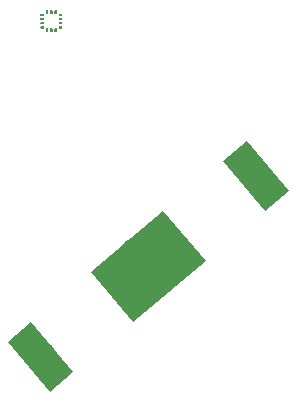
<source format=gbr>
G04 #@! TF.GenerationSoftware,KiCad,Pcbnew,(5.1.4-0-10_14)*
G04 #@! TF.CreationDate,2019-09-02T22:38:08-04:00*
G04 #@! TF.ProjectId,EFCv2,45464376-322e-46b6-9963-61645f706362,rev?*
G04 #@! TF.SameCoordinates,Original*
G04 #@! TF.FileFunction,Paste,Bot*
G04 #@! TF.FilePolarity,Positive*
%FSLAX46Y46*%
G04 Gerber Fmt 4.6, Leading zero omitted, Abs format (unit mm)*
G04 Created by KiCad (PCBNEW (5.1.4-0-10_14)) date 2019-09-02 22:38:08*
%MOMM*%
%LPD*%
G04 APERTURE LIST*
%ADD10C,0.100000*%
%ADD11C,0.200000*%
%ADD12C,2.600000*%
%ADD13C,5.560000*%
G04 APERTURE END LIST*
D10*
G36*
X138007401Y-76338241D02*
G01*
X138012255Y-76338961D01*
X138017014Y-76340153D01*
X138021634Y-76341806D01*
X138026070Y-76343904D01*
X138030279Y-76346427D01*
X138034220Y-76349349D01*
X138037855Y-76352645D01*
X138041151Y-76356280D01*
X138044073Y-76360221D01*
X138046596Y-76364430D01*
X138048694Y-76368866D01*
X138050347Y-76373486D01*
X138051539Y-76378245D01*
X138052259Y-76383099D01*
X138052500Y-76388000D01*
X138052500Y-76613000D01*
X138052259Y-76617901D01*
X138051539Y-76622755D01*
X138050347Y-76627514D01*
X138048694Y-76632134D01*
X138046596Y-76636570D01*
X138044073Y-76640779D01*
X138041151Y-76644720D01*
X138037855Y-76648355D01*
X138034220Y-76651651D01*
X138030279Y-76654573D01*
X138026070Y-76657096D01*
X138021634Y-76659194D01*
X138017014Y-76660847D01*
X138012255Y-76662039D01*
X138007401Y-76662759D01*
X138002500Y-76663000D01*
X137902500Y-76663000D01*
X137897599Y-76662759D01*
X137892745Y-76662039D01*
X137887986Y-76660847D01*
X137883366Y-76659194D01*
X137878930Y-76657096D01*
X137874721Y-76654573D01*
X137870780Y-76651651D01*
X137867145Y-76648355D01*
X137863849Y-76644720D01*
X137860927Y-76640779D01*
X137858404Y-76636570D01*
X137856306Y-76632134D01*
X137854653Y-76627514D01*
X137853461Y-76622755D01*
X137852741Y-76617901D01*
X137852500Y-76613000D01*
X137852500Y-76388000D01*
X137852741Y-76383099D01*
X137853461Y-76378245D01*
X137854653Y-76373486D01*
X137856306Y-76368866D01*
X137858404Y-76364430D01*
X137860927Y-76360221D01*
X137863849Y-76356280D01*
X137867145Y-76352645D01*
X137870780Y-76349349D01*
X137874721Y-76346427D01*
X137878930Y-76343904D01*
X137883366Y-76341806D01*
X137887986Y-76340153D01*
X137892745Y-76338961D01*
X137897599Y-76338241D01*
X137902500Y-76338000D01*
X138002500Y-76338000D01*
X138007401Y-76338241D01*
X138007401Y-76338241D01*
G37*
D11*
X137952500Y-76500500D03*
D10*
G36*
X138357401Y-76338241D02*
G01*
X138362255Y-76338961D01*
X138367014Y-76340153D01*
X138371634Y-76341806D01*
X138376070Y-76343904D01*
X138380279Y-76346427D01*
X138384220Y-76349349D01*
X138387855Y-76352645D01*
X138391151Y-76356280D01*
X138394073Y-76360221D01*
X138396596Y-76364430D01*
X138398694Y-76368866D01*
X138400347Y-76373486D01*
X138401539Y-76378245D01*
X138402259Y-76383099D01*
X138402500Y-76388000D01*
X138402500Y-76613000D01*
X138402259Y-76617901D01*
X138401539Y-76622755D01*
X138400347Y-76627514D01*
X138398694Y-76632134D01*
X138396596Y-76636570D01*
X138394073Y-76640779D01*
X138391151Y-76644720D01*
X138387855Y-76648355D01*
X138384220Y-76651651D01*
X138380279Y-76654573D01*
X138376070Y-76657096D01*
X138371634Y-76659194D01*
X138367014Y-76660847D01*
X138362255Y-76662039D01*
X138357401Y-76662759D01*
X138352500Y-76663000D01*
X138252500Y-76663000D01*
X138247599Y-76662759D01*
X138242745Y-76662039D01*
X138237986Y-76660847D01*
X138233366Y-76659194D01*
X138228930Y-76657096D01*
X138224721Y-76654573D01*
X138220780Y-76651651D01*
X138217145Y-76648355D01*
X138213849Y-76644720D01*
X138210927Y-76640779D01*
X138208404Y-76636570D01*
X138206306Y-76632134D01*
X138204653Y-76627514D01*
X138203461Y-76622755D01*
X138202741Y-76617901D01*
X138202500Y-76613000D01*
X138202500Y-76388000D01*
X138202741Y-76383099D01*
X138203461Y-76378245D01*
X138204653Y-76373486D01*
X138206306Y-76368866D01*
X138208404Y-76364430D01*
X138210927Y-76360221D01*
X138213849Y-76356280D01*
X138217145Y-76352645D01*
X138220780Y-76349349D01*
X138224721Y-76346427D01*
X138228930Y-76343904D01*
X138233366Y-76341806D01*
X138237986Y-76340153D01*
X138242745Y-76338961D01*
X138247599Y-76338241D01*
X138252500Y-76338000D01*
X138352500Y-76338000D01*
X138357401Y-76338241D01*
X138357401Y-76338241D01*
G37*
D11*
X138302500Y-76500500D03*
D10*
G36*
X138707401Y-76338241D02*
G01*
X138712255Y-76338961D01*
X138717014Y-76340153D01*
X138721634Y-76341806D01*
X138726070Y-76343904D01*
X138730279Y-76346427D01*
X138734220Y-76349349D01*
X138737855Y-76352645D01*
X138741151Y-76356280D01*
X138744073Y-76360221D01*
X138746596Y-76364430D01*
X138748694Y-76368866D01*
X138750347Y-76373486D01*
X138751539Y-76378245D01*
X138752259Y-76383099D01*
X138752500Y-76388000D01*
X138752500Y-76613000D01*
X138752259Y-76617901D01*
X138751539Y-76622755D01*
X138750347Y-76627514D01*
X138748694Y-76632134D01*
X138746596Y-76636570D01*
X138744073Y-76640779D01*
X138741151Y-76644720D01*
X138737855Y-76648355D01*
X138734220Y-76651651D01*
X138730279Y-76654573D01*
X138726070Y-76657096D01*
X138721634Y-76659194D01*
X138717014Y-76660847D01*
X138712255Y-76662039D01*
X138707401Y-76662759D01*
X138702500Y-76663000D01*
X138602500Y-76663000D01*
X138597599Y-76662759D01*
X138592745Y-76662039D01*
X138587986Y-76660847D01*
X138583366Y-76659194D01*
X138578930Y-76657096D01*
X138574721Y-76654573D01*
X138570780Y-76651651D01*
X138567145Y-76648355D01*
X138563849Y-76644720D01*
X138560927Y-76640779D01*
X138558404Y-76636570D01*
X138556306Y-76632134D01*
X138554653Y-76627514D01*
X138553461Y-76622755D01*
X138552741Y-76617901D01*
X138552500Y-76613000D01*
X138552500Y-76388000D01*
X138552741Y-76383099D01*
X138553461Y-76378245D01*
X138554653Y-76373486D01*
X138556306Y-76368866D01*
X138558404Y-76364430D01*
X138560927Y-76360221D01*
X138563849Y-76356280D01*
X138567145Y-76352645D01*
X138570780Y-76349349D01*
X138574721Y-76346427D01*
X138578930Y-76343904D01*
X138583366Y-76341806D01*
X138587986Y-76340153D01*
X138592745Y-76338961D01*
X138597599Y-76338241D01*
X138602500Y-76338000D01*
X138702500Y-76338000D01*
X138707401Y-76338241D01*
X138707401Y-76338241D01*
G37*
D11*
X138652500Y-76500500D03*
D10*
G36*
X139182401Y-76163241D02*
G01*
X139187255Y-76163961D01*
X139192014Y-76165153D01*
X139196634Y-76166806D01*
X139201070Y-76168904D01*
X139205279Y-76171427D01*
X139209220Y-76174349D01*
X139212855Y-76177645D01*
X139216151Y-76181280D01*
X139219073Y-76185221D01*
X139221596Y-76189430D01*
X139223694Y-76193866D01*
X139225347Y-76198486D01*
X139226539Y-76203245D01*
X139227259Y-76208099D01*
X139227500Y-76213000D01*
X139227500Y-76313000D01*
X139227259Y-76317901D01*
X139226539Y-76322755D01*
X139225347Y-76327514D01*
X139223694Y-76332134D01*
X139221596Y-76336570D01*
X139219073Y-76340779D01*
X139216151Y-76344720D01*
X139212855Y-76348355D01*
X139209220Y-76351651D01*
X139205279Y-76354573D01*
X139201070Y-76357096D01*
X139196634Y-76359194D01*
X139192014Y-76360847D01*
X139187255Y-76362039D01*
X139182401Y-76362759D01*
X139177500Y-76363000D01*
X138952500Y-76363000D01*
X138947599Y-76362759D01*
X138942745Y-76362039D01*
X138937986Y-76360847D01*
X138933366Y-76359194D01*
X138928930Y-76357096D01*
X138924721Y-76354573D01*
X138920780Y-76351651D01*
X138917145Y-76348355D01*
X138913849Y-76344720D01*
X138910927Y-76340779D01*
X138908404Y-76336570D01*
X138906306Y-76332134D01*
X138904653Y-76327514D01*
X138903461Y-76322755D01*
X138902741Y-76317901D01*
X138902500Y-76313000D01*
X138902500Y-76213000D01*
X138902741Y-76208099D01*
X138903461Y-76203245D01*
X138904653Y-76198486D01*
X138906306Y-76193866D01*
X138908404Y-76189430D01*
X138910927Y-76185221D01*
X138913849Y-76181280D01*
X138917145Y-76177645D01*
X138920780Y-76174349D01*
X138924721Y-76171427D01*
X138928930Y-76168904D01*
X138933366Y-76166806D01*
X138937986Y-76165153D01*
X138942745Y-76163961D01*
X138947599Y-76163241D01*
X138952500Y-76163000D01*
X139177500Y-76163000D01*
X139182401Y-76163241D01*
X139182401Y-76163241D01*
G37*
D11*
X139065000Y-76263000D03*
D10*
G36*
X139182401Y-75813241D02*
G01*
X139187255Y-75813961D01*
X139192014Y-75815153D01*
X139196634Y-75816806D01*
X139201070Y-75818904D01*
X139205279Y-75821427D01*
X139209220Y-75824349D01*
X139212855Y-75827645D01*
X139216151Y-75831280D01*
X139219073Y-75835221D01*
X139221596Y-75839430D01*
X139223694Y-75843866D01*
X139225347Y-75848486D01*
X139226539Y-75853245D01*
X139227259Y-75858099D01*
X139227500Y-75863000D01*
X139227500Y-75963000D01*
X139227259Y-75967901D01*
X139226539Y-75972755D01*
X139225347Y-75977514D01*
X139223694Y-75982134D01*
X139221596Y-75986570D01*
X139219073Y-75990779D01*
X139216151Y-75994720D01*
X139212855Y-75998355D01*
X139209220Y-76001651D01*
X139205279Y-76004573D01*
X139201070Y-76007096D01*
X139196634Y-76009194D01*
X139192014Y-76010847D01*
X139187255Y-76012039D01*
X139182401Y-76012759D01*
X139177500Y-76013000D01*
X138952500Y-76013000D01*
X138947599Y-76012759D01*
X138942745Y-76012039D01*
X138937986Y-76010847D01*
X138933366Y-76009194D01*
X138928930Y-76007096D01*
X138924721Y-76004573D01*
X138920780Y-76001651D01*
X138917145Y-75998355D01*
X138913849Y-75994720D01*
X138910927Y-75990779D01*
X138908404Y-75986570D01*
X138906306Y-75982134D01*
X138904653Y-75977514D01*
X138903461Y-75972755D01*
X138902741Y-75967901D01*
X138902500Y-75963000D01*
X138902500Y-75863000D01*
X138902741Y-75858099D01*
X138903461Y-75853245D01*
X138904653Y-75848486D01*
X138906306Y-75843866D01*
X138908404Y-75839430D01*
X138910927Y-75835221D01*
X138913849Y-75831280D01*
X138917145Y-75827645D01*
X138920780Y-75824349D01*
X138924721Y-75821427D01*
X138928930Y-75818904D01*
X138933366Y-75816806D01*
X138937986Y-75815153D01*
X138942745Y-75813961D01*
X138947599Y-75813241D01*
X138952500Y-75813000D01*
X139177500Y-75813000D01*
X139182401Y-75813241D01*
X139182401Y-75813241D01*
G37*
D11*
X139065000Y-75913000D03*
D10*
G36*
X139182401Y-75463241D02*
G01*
X139187255Y-75463961D01*
X139192014Y-75465153D01*
X139196634Y-75466806D01*
X139201070Y-75468904D01*
X139205279Y-75471427D01*
X139209220Y-75474349D01*
X139212855Y-75477645D01*
X139216151Y-75481280D01*
X139219073Y-75485221D01*
X139221596Y-75489430D01*
X139223694Y-75493866D01*
X139225347Y-75498486D01*
X139226539Y-75503245D01*
X139227259Y-75508099D01*
X139227500Y-75513000D01*
X139227500Y-75613000D01*
X139227259Y-75617901D01*
X139226539Y-75622755D01*
X139225347Y-75627514D01*
X139223694Y-75632134D01*
X139221596Y-75636570D01*
X139219073Y-75640779D01*
X139216151Y-75644720D01*
X139212855Y-75648355D01*
X139209220Y-75651651D01*
X139205279Y-75654573D01*
X139201070Y-75657096D01*
X139196634Y-75659194D01*
X139192014Y-75660847D01*
X139187255Y-75662039D01*
X139182401Y-75662759D01*
X139177500Y-75663000D01*
X138952500Y-75663000D01*
X138947599Y-75662759D01*
X138942745Y-75662039D01*
X138937986Y-75660847D01*
X138933366Y-75659194D01*
X138928930Y-75657096D01*
X138924721Y-75654573D01*
X138920780Y-75651651D01*
X138917145Y-75648355D01*
X138913849Y-75644720D01*
X138910927Y-75640779D01*
X138908404Y-75636570D01*
X138906306Y-75632134D01*
X138904653Y-75627514D01*
X138903461Y-75622755D01*
X138902741Y-75617901D01*
X138902500Y-75613000D01*
X138902500Y-75513000D01*
X138902741Y-75508099D01*
X138903461Y-75503245D01*
X138904653Y-75498486D01*
X138906306Y-75493866D01*
X138908404Y-75489430D01*
X138910927Y-75485221D01*
X138913849Y-75481280D01*
X138917145Y-75477645D01*
X138920780Y-75474349D01*
X138924721Y-75471427D01*
X138928930Y-75468904D01*
X138933366Y-75466806D01*
X138937986Y-75465153D01*
X138942745Y-75463961D01*
X138947599Y-75463241D01*
X138952500Y-75463000D01*
X139177500Y-75463000D01*
X139182401Y-75463241D01*
X139182401Y-75463241D01*
G37*
D11*
X139065000Y-75563000D03*
D10*
G36*
X139182401Y-75113241D02*
G01*
X139187255Y-75113961D01*
X139192014Y-75115153D01*
X139196634Y-75116806D01*
X139201070Y-75118904D01*
X139205279Y-75121427D01*
X139209220Y-75124349D01*
X139212855Y-75127645D01*
X139216151Y-75131280D01*
X139219073Y-75135221D01*
X139221596Y-75139430D01*
X139223694Y-75143866D01*
X139225347Y-75148486D01*
X139226539Y-75153245D01*
X139227259Y-75158099D01*
X139227500Y-75163000D01*
X139227500Y-75263000D01*
X139227259Y-75267901D01*
X139226539Y-75272755D01*
X139225347Y-75277514D01*
X139223694Y-75282134D01*
X139221596Y-75286570D01*
X139219073Y-75290779D01*
X139216151Y-75294720D01*
X139212855Y-75298355D01*
X139209220Y-75301651D01*
X139205279Y-75304573D01*
X139201070Y-75307096D01*
X139196634Y-75309194D01*
X139192014Y-75310847D01*
X139187255Y-75312039D01*
X139182401Y-75312759D01*
X139177500Y-75313000D01*
X138952500Y-75313000D01*
X138947599Y-75312759D01*
X138942745Y-75312039D01*
X138937986Y-75310847D01*
X138933366Y-75309194D01*
X138928930Y-75307096D01*
X138924721Y-75304573D01*
X138920780Y-75301651D01*
X138917145Y-75298355D01*
X138913849Y-75294720D01*
X138910927Y-75290779D01*
X138908404Y-75286570D01*
X138906306Y-75282134D01*
X138904653Y-75277514D01*
X138903461Y-75272755D01*
X138902741Y-75267901D01*
X138902500Y-75263000D01*
X138902500Y-75163000D01*
X138902741Y-75158099D01*
X138903461Y-75153245D01*
X138904653Y-75148486D01*
X138906306Y-75143866D01*
X138908404Y-75139430D01*
X138910927Y-75135221D01*
X138913849Y-75131280D01*
X138917145Y-75127645D01*
X138920780Y-75124349D01*
X138924721Y-75121427D01*
X138928930Y-75118904D01*
X138933366Y-75116806D01*
X138937986Y-75115153D01*
X138942745Y-75113961D01*
X138947599Y-75113241D01*
X138952500Y-75113000D01*
X139177500Y-75113000D01*
X139182401Y-75113241D01*
X139182401Y-75113241D01*
G37*
D11*
X139065000Y-75213000D03*
D10*
G36*
X138707401Y-74813241D02*
G01*
X138712255Y-74813961D01*
X138717014Y-74815153D01*
X138721634Y-74816806D01*
X138726070Y-74818904D01*
X138730279Y-74821427D01*
X138734220Y-74824349D01*
X138737855Y-74827645D01*
X138741151Y-74831280D01*
X138744073Y-74835221D01*
X138746596Y-74839430D01*
X138748694Y-74843866D01*
X138750347Y-74848486D01*
X138751539Y-74853245D01*
X138752259Y-74858099D01*
X138752500Y-74863000D01*
X138752500Y-75088000D01*
X138752259Y-75092901D01*
X138751539Y-75097755D01*
X138750347Y-75102514D01*
X138748694Y-75107134D01*
X138746596Y-75111570D01*
X138744073Y-75115779D01*
X138741151Y-75119720D01*
X138737855Y-75123355D01*
X138734220Y-75126651D01*
X138730279Y-75129573D01*
X138726070Y-75132096D01*
X138721634Y-75134194D01*
X138717014Y-75135847D01*
X138712255Y-75137039D01*
X138707401Y-75137759D01*
X138702500Y-75138000D01*
X138602500Y-75138000D01*
X138597599Y-75137759D01*
X138592745Y-75137039D01*
X138587986Y-75135847D01*
X138583366Y-75134194D01*
X138578930Y-75132096D01*
X138574721Y-75129573D01*
X138570780Y-75126651D01*
X138567145Y-75123355D01*
X138563849Y-75119720D01*
X138560927Y-75115779D01*
X138558404Y-75111570D01*
X138556306Y-75107134D01*
X138554653Y-75102514D01*
X138553461Y-75097755D01*
X138552741Y-75092901D01*
X138552500Y-75088000D01*
X138552500Y-74863000D01*
X138552741Y-74858099D01*
X138553461Y-74853245D01*
X138554653Y-74848486D01*
X138556306Y-74843866D01*
X138558404Y-74839430D01*
X138560927Y-74835221D01*
X138563849Y-74831280D01*
X138567145Y-74827645D01*
X138570780Y-74824349D01*
X138574721Y-74821427D01*
X138578930Y-74818904D01*
X138583366Y-74816806D01*
X138587986Y-74815153D01*
X138592745Y-74813961D01*
X138597599Y-74813241D01*
X138602500Y-74813000D01*
X138702500Y-74813000D01*
X138707401Y-74813241D01*
X138707401Y-74813241D01*
G37*
D11*
X138652500Y-74975500D03*
D10*
G36*
X138357401Y-74813241D02*
G01*
X138362255Y-74813961D01*
X138367014Y-74815153D01*
X138371634Y-74816806D01*
X138376070Y-74818904D01*
X138380279Y-74821427D01*
X138384220Y-74824349D01*
X138387855Y-74827645D01*
X138391151Y-74831280D01*
X138394073Y-74835221D01*
X138396596Y-74839430D01*
X138398694Y-74843866D01*
X138400347Y-74848486D01*
X138401539Y-74853245D01*
X138402259Y-74858099D01*
X138402500Y-74863000D01*
X138402500Y-75088000D01*
X138402259Y-75092901D01*
X138401539Y-75097755D01*
X138400347Y-75102514D01*
X138398694Y-75107134D01*
X138396596Y-75111570D01*
X138394073Y-75115779D01*
X138391151Y-75119720D01*
X138387855Y-75123355D01*
X138384220Y-75126651D01*
X138380279Y-75129573D01*
X138376070Y-75132096D01*
X138371634Y-75134194D01*
X138367014Y-75135847D01*
X138362255Y-75137039D01*
X138357401Y-75137759D01*
X138352500Y-75138000D01*
X138252500Y-75138000D01*
X138247599Y-75137759D01*
X138242745Y-75137039D01*
X138237986Y-75135847D01*
X138233366Y-75134194D01*
X138228930Y-75132096D01*
X138224721Y-75129573D01*
X138220780Y-75126651D01*
X138217145Y-75123355D01*
X138213849Y-75119720D01*
X138210927Y-75115779D01*
X138208404Y-75111570D01*
X138206306Y-75107134D01*
X138204653Y-75102514D01*
X138203461Y-75097755D01*
X138202741Y-75092901D01*
X138202500Y-75088000D01*
X138202500Y-74863000D01*
X138202741Y-74858099D01*
X138203461Y-74853245D01*
X138204653Y-74848486D01*
X138206306Y-74843866D01*
X138208404Y-74839430D01*
X138210927Y-74835221D01*
X138213849Y-74831280D01*
X138217145Y-74827645D01*
X138220780Y-74824349D01*
X138224721Y-74821427D01*
X138228930Y-74818904D01*
X138233366Y-74816806D01*
X138237986Y-74815153D01*
X138242745Y-74813961D01*
X138247599Y-74813241D01*
X138252500Y-74813000D01*
X138352500Y-74813000D01*
X138357401Y-74813241D01*
X138357401Y-74813241D01*
G37*
D11*
X138302500Y-74975500D03*
D10*
G36*
X138007401Y-74813241D02*
G01*
X138012255Y-74813961D01*
X138017014Y-74815153D01*
X138021634Y-74816806D01*
X138026070Y-74818904D01*
X138030279Y-74821427D01*
X138034220Y-74824349D01*
X138037855Y-74827645D01*
X138041151Y-74831280D01*
X138044073Y-74835221D01*
X138046596Y-74839430D01*
X138048694Y-74843866D01*
X138050347Y-74848486D01*
X138051539Y-74853245D01*
X138052259Y-74858099D01*
X138052500Y-74863000D01*
X138052500Y-75088000D01*
X138052259Y-75092901D01*
X138051539Y-75097755D01*
X138050347Y-75102514D01*
X138048694Y-75107134D01*
X138046596Y-75111570D01*
X138044073Y-75115779D01*
X138041151Y-75119720D01*
X138037855Y-75123355D01*
X138034220Y-75126651D01*
X138030279Y-75129573D01*
X138026070Y-75132096D01*
X138021634Y-75134194D01*
X138017014Y-75135847D01*
X138012255Y-75137039D01*
X138007401Y-75137759D01*
X138002500Y-75138000D01*
X137902500Y-75138000D01*
X137897599Y-75137759D01*
X137892745Y-75137039D01*
X137887986Y-75135847D01*
X137883366Y-75134194D01*
X137878930Y-75132096D01*
X137874721Y-75129573D01*
X137870780Y-75126651D01*
X137867145Y-75123355D01*
X137863849Y-75119720D01*
X137860927Y-75115779D01*
X137858404Y-75111570D01*
X137856306Y-75107134D01*
X137854653Y-75102514D01*
X137853461Y-75097755D01*
X137852741Y-75092901D01*
X137852500Y-75088000D01*
X137852500Y-74863000D01*
X137852741Y-74858099D01*
X137853461Y-74853245D01*
X137854653Y-74848486D01*
X137856306Y-74843866D01*
X137858404Y-74839430D01*
X137860927Y-74835221D01*
X137863849Y-74831280D01*
X137867145Y-74827645D01*
X137870780Y-74824349D01*
X137874721Y-74821427D01*
X137878930Y-74818904D01*
X137883366Y-74816806D01*
X137887986Y-74815153D01*
X137892745Y-74813961D01*
X137897599Y-74813241D01*
X137902500Y-74813000D01*
X138002500Y-74813000D01*
X138007401Y-74813241D01*
X138007401Y-74813241D01*
G37*
D11*
X137952500Y-74975500D03*
D10*
G36*
X137657401Y-75113241D02*
G01*
X137662255Y-75113961D01*
X137667014Y-75115153D01*
X137671634Y-75116806D01*
X137676070Y-75118904D01*
X137680279Y-75121427D01*
X137684220Y-75124349D01*
X137687855Y-75127645D01*
X137691151Y-75131280D01*
X137694073Y-75135221D01*
X137696596Y-75139430D01*
X137698694Y-75143866D01*
X137700347Y-75148486D01*
X137701539Y-75153245D01*
X137702259Y-75158099D01*
X137702500Y-75163000D01*
X137702500Y-75263000D01*
X137702259Y-75267901D01*
X137701539Y-75272755D01*
X137700347Y-75277514D01*
X137698694Y-75282134D01*
X137696596Y-75286570D01*
X137694073Y-75290779D01*
X137691151Y-75294720D01*
X137687855Y-75298355D01*
X137684220Y-75301651D01*
X137680279Y-75304573D01*
X137676070Y-75307096D01*
X137671634Y-75309194D01*
X137667014Y-75310847D01*
X137662255Y-75312039D01*
X137657401Y-75312759D01*
X137652500Y-75313000D01*
X137427500Y-75313000D01*
X137422599Y-75312759D01*
X137417745Y-75312039D01*
X137412986Y-75310847D01*
X137408366Y-75309194D01*
X137403930Y-75307096D01*
X137399721Y-75304573D01*
X137395780Y-75301651D01*
X137392145Y-75298355D01*
X137388849Y-75294720D01*
X137385927Y-75290779D01*
X137383404Y-75286570D01*
X137381306Y-75282134D01*
X137379653Y-75277514D01*
X137378461Y-75272755D01*
X137377741Y-75267901D01*
X137377500Y-75263000D01*
X137377500Y-75163000D01*
X137377741Y-75158099D01*
X137378461Y-75153245D01*
X137379653Y-75148486D01*
X137381306Y-75143866D01*
X137383404Y-75139430D01*
X137385927Y-75135221D01*
X137388849Y-75131280D01*
X137392145Y-75127645D01*
X137395780Y-75124349D01*
X137399721Y-75121427D01*
X137403930Y-75118904D01*
X137408366Y-75116806D01*
X137412986Y-75115153D01*
X137417745Y-75113961D01*
X137422599Y-75113241D01*
X137427500Y-75113000D01*
X137652500Y-75113000D01*
X137657401Y-75113241D01*
X137657401Y-75113241D01*
G37*
D11*
X137540000Y-75213000D03*
D10*
G36*
X137657401Y-75463241D02*
G01*
X137662255Y-75463961D01*
X137667014Y-75465153D01*
X137671634Y-75466806D01*
X137676070Y-75468904D01*
X137680279Y-75471427D01*
X137684220Y-75474349D01*
X137687855Y-75477645D01*
X137691151Y-75481280D01*
X137694073Y-75485221D01*
X137696596Y-75489430D01*
X137698694Y-75493866D01*
X137700347Y-75498486D01*
X137701539Y-75503245D01*
X137702259Y-75508099D01*
X137702500Y-75513000D01*
X137702500Y-75613000D01*
X137702259Y-75617901D01*
X137701539Y-75622755D01*
X137700347Y-75627514D01*
X137698694Y-75632134D01*
X137696596Y-75636570D01*
X137694073Y-75640779D01*
X137691151Y-75644720D01*
X137687855Y-75648355D01*
X137684220Y-75651651D01*
X137680279Y-75654573D01*
X137676070Y-75657096D01*
X137671634Y-75659194D01*
X137667014Y-75660847D01*
X137662255Y-75662039D01*
X137657401Y-75662759D01*
X137652500Y-75663000D01*
X137427500Y-75663000D01*
X137422599Y-75662759D01*
X137417745Y-75662039D01*
X137412986Y-75660847D01*
X137408366Y-75659194D01*
X137403930Y-75657096D01*
X137399721Y-75654573D01*
X137395780Y-75651651D01*
X137392145Y-75648355D01*
X137388849Y-75644720D01*
X137385927Y-75640779D01*
X137383404Y-75636570D01*
X137381306Y-75632134D01*
X137379653Y-75627514D01*
X137378461Y-75622755D01*
X137377741Y-75617901D01*
X137377500Y-75613000D01*
X137377500Y-75513000D01*
X137377741Y-75508099D01*
X137378461Y-75503245D01*
X137379653Y-75498486D01*
X137381306Y-75493866D01*
X137383404Y-75489430D01*
X137385927Y-75485221D01*
X137388849Y-75481280D01*
X137392145Y-75477645D01*
X137395780Y-75474349D01*
X137399721Y-75471427D01*
X137403930Y-75468904D01*
X137408366Y-75466806D01*
X137412986Y-75465153D01*
X137417745Y-75463961D01*
X137422599Y-75463241D01*
X137427500Y-75463000D01*
X137652500Y-75463000D01*
X137657401Y-75463241D01*
X137657401Y-75463241D01*
G37*
D11*
X137540000Y-75563000D03*
D10*
G36*
X137657401Y-75813241D02*
G01*
X137662255Y-75813961D01*
X137667014Y-75815153D01*
X137671634Y-75816806D01*
X137676070Y-75818904D01*
X137680279Y-75821427D01*
X137684220Y-75824349D01*
X137687855Y-75827645D01*
X137691151Y-75831280D01*
X137694073Y-75835221D01*
X137696596Y-75839430D01*
X137698694Y-75843866D01*
X137700347Y-75848486D01*
X137701539Y-75853245D01*
X137702259Y-75858099D01*
X137702500Y-75863000D01*
X137702500Y-75963000D01*
X137702259Y-75967901D01*
X137701539Y-75972755D01*
X137700347Y-75977514D01*
X137698694Y-75982134D01*
X137696596Y-75986570D01*
X137694073Y-75990779D01*
X137691151Y-75994720D01*
X137687855Y-75998355D01*
X137684220Y-76001651D01*
X137680279Y-76004573D01*
X137676070Y-76007096D01*
X137671634Y-76009194D01*
X137667014Y-76010847D01*
X137662255Y-76012039D01*
X137657401Y-76012759D01*
X137652500Y-76013000D01*
X137427500Y-76013000D01*
X137422599Y-76012759D01*
X137417745Y-76012039D01*
X137412986Y-76010847D01*
X137408366Y-76009194D01*
X137403930Y-76007096D01*
X137399721Y-76004573D01*
X137395780Y-76001651D01*
X137392145Y-75998355D01*
X137388849Y-75994720D01*
X137385927Y-75990779D01*
X137383404Y-75986570D01*
X137381306Y-75982134D01*
X137379653Y-75977514D01*
X137378461Y-75972755D01*
X137377741Y-75967901D01*
X137377500Y-75963000D01*
X137377500Y-75863000D01*
X137377741Y-75858099D01*
X137378461Y-75853245D01*
X137379653Y-75848486D01*
X137381306Y-75843866D01*
X137383404Y-75839430D01*
X137385927Y-75835221D01*
X137388849Y-75831280D01*
X137392145Y-75827645D01*
X137395780Y-75824349D01*
X137399721Y-75821427D01*
X137403930Y-75818904D01*
X137408366Y-75816806D01*
X137412986Y-75815153D01*
X137417745Y-75813961D01*
X137422599Y-75813241D01*
X137427500Y-75813000D01*
X137652500Y-75813000D01*
X137657401Y-75813241D01*
X137657401Y-75813241D01*
G37*
D11*
X137540000Y-75913000D03*
D10*
G36*
X137657401Y-76163241D02*
G01*
X137662255Y-76163961D01*
X137667014Y-76165153D01*
X137671634Y-76166806D01*
X137676070Y-76168904D01*
X137680279Y-76171427D01*
X137684220Y-76174349D01*
X137687855Y-76177645D01*
X137691151Y-76181280D01*
X137694073Y-76185221D01*
X137696596Y-76189430D01*
X137698694Y-76193866D01*
X137700347Y-76198486D01*
X137701539Y-76203245D01*
X137702259Y-76208099D01*
X137702500Y-76213000D01*
X137702500Y-76313000D01*
X137702259Y-76317901D01*
X137701539Y-76322755D01*
X137700347Y-76327514D01*
X137698694Y-76332134D01*
X137696596Y-76336570D01*
X137694073Y-76340779D01*
X137691151Y-76344720D01*
X137687855Y-76348355D01*
X137684220Y-76351651D01*
X137680279Y-76354573D01*
X137676070Y-76357096D01*
X137671634Y-76359194D01*
X137667014Y-76360847D01*
X137662255Y-76362039D01*
X137657401Y-76362759D01*
X137652500Y-76363000D01*
X137427500Y-76363000D01*
X137422599Y-76362759D01*
X137417745Y-76362039D01*
X137412986Y-76360847D01*
X137408366Y-76359194D01*
X137403930Y-76357096D01*
X137399721Y-76354573D01*
X137395780Y-76351651D01*
X137392145Y-76348355D01*
X137388849Y-76344720D01*
X137385927Y-76340779D01*
X137383404Y-76336570D01*
X137381306Y-76332134D01*
X137379653Y-76327514D01*
X137378461Y-76322755D01*
X137377741Y-76317901D01*
X137377500Y-76313000D01*
X137377500Y-76213000D01*
X137377741Y-76208099D01*
X137378461Y-76203245D01*
X137379653Y-76198486D01*
X137381306Y-76193866D01*
X137383404Y-76189430D01*
X137385927Y-76185221D01*
X137388849Y-76181280D01*
X137392145Y-76177645D01*
X137395780Y-76174349D01*
X137399721Y-76171427D01*
X137403930Y-76168904D01*
X137408366Y-76166806D01*
X137412986Y-76165153D01*
X137417745Y-76163961D01*
X137422599Y-76163241D01*
X137427500Y-76163000D01*
X137652500Y-76163000D01*
X137657401Y-76163241D01*
X137657401Y-76163241D01*
G37*
D11*
X137540000Y-76263000D03*
D12*
X155619759Y-88847614D03*
D10*
G36*
X154828667Y-85882387D02*
G01*
X158402566Y-90141594D01*
X156410851Y-91812841D01*
X152836952Y-87553634D01*
X154828667Y-85882387D01*
X154828667Y-85882387D01*
G37*
D12*
X137380241Y-104152386D03*
D10*
G36*
X136589149Y-101187159D02*
G01*
X140163048Y-105446366D01*
X138171333Y-107117613D01*
X134597434Y-102858406D01*
X136589149Y-101187159D01*
X136589149Y-101187159D01*
G37*
D13*
X146500000Y-96500000D03*
D10*
G36*
X147777228Y-91799246D02*
G01*
X151351127Y-96058453D01*
X145222772Y-101200754D01*
X141648873Y-96941547D01*
X147777228Y-91799246D01*
X147777228Y-91799246D01*
G37*
M02*

</source>
